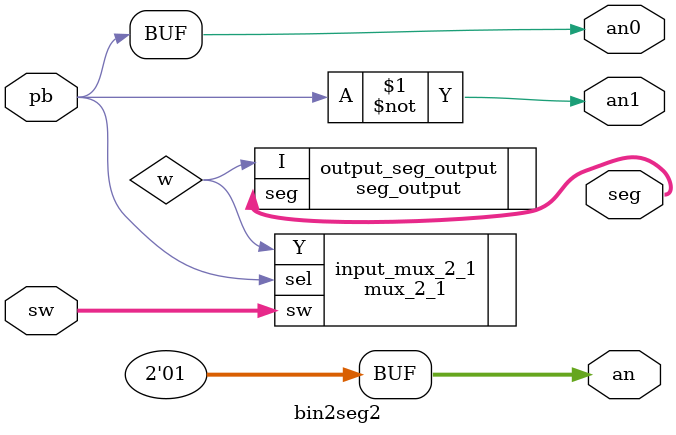
<source format=v>
`timescale 1ns / 1ps

module bin2seg2(

    input [7:0]sw,
    input pb,
    output [3:2]an,
    output an0, an1,
    output [7:0]seg
    //output led

    );
    
    wire w;
    //wire button;
    
    mux_2_1 input_mux_2_1(
        .sw(sw),
        .Y(w),
        .sel(pb)
    );
    
    seg_output output_seg_output(
        .I(w),      
        .seg(seg)
    );
    
    assign an0 = pb;
    assign an1 = ~pb;
    assign an[3:2] = 1;
    //assign led = pb;
    
endmodule

</source>
